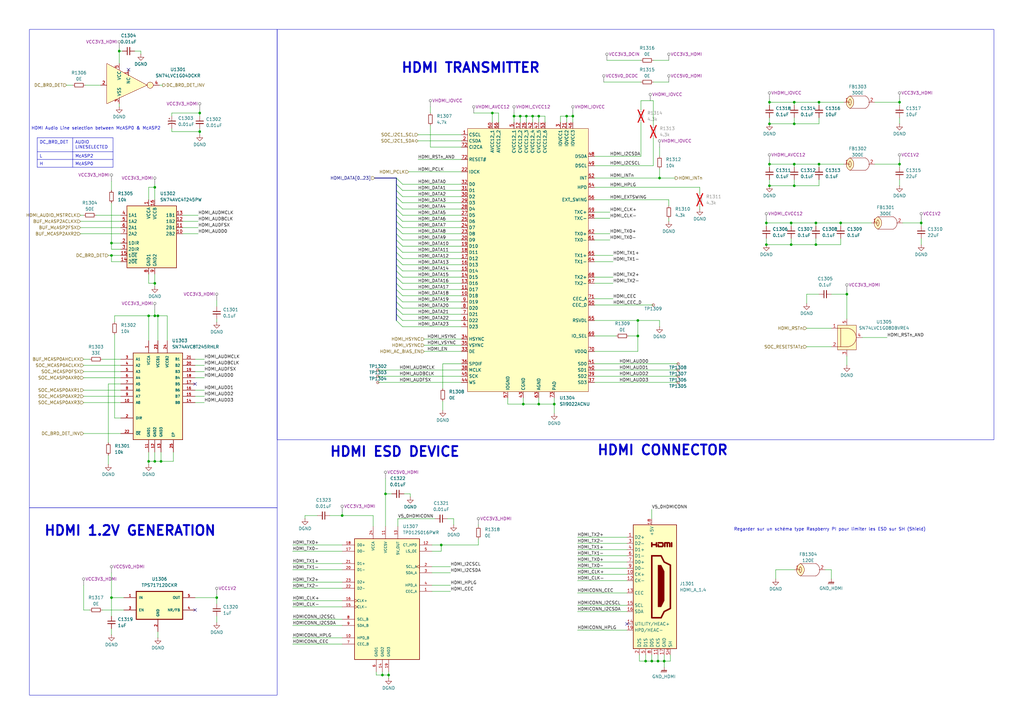
<source format=kicad_sch>
(kicad_sch (version 20250114) (generator "eeschema") (generator_version "9.0")
  (paper "A3")
  (title_block (title "Barre de son (base saine)") (date "2025-05-16") (rev "1.0") (company "NDH"))
  (rectangle (start 113.665 12.065) (end 407.67 180.34))
  (rectangle (start 12.065 12.065) (end 113.665 208.28))
  (rectangle (start 12.065 208.28) (end 113.665 285.115))
  (text "HDMI ESD DEVICE" (at 161.925 185.42 0) (effects (font (size 4 4) (thickness 0.8) (bold yes))))
  (text "HDMI CONNECTOR" (at 271.78 184.785 0) (effects (font (size 4 4) (thickness 0.8) (bold yes))))
  (text "Regarder sur un schéma type Raspberry PI pour limiter les ESD sur SH (Shield)\n" (at 340.36 217.17 0) (effects (font (size 1.27 1.27))))
  (text "HDMI 1.2V GENERATION\n" (at 53.34 217.805 0) (effects (font (size 4 4) (thickness 0.8) (bold yes))))
  (text "HDMI TRANSMITTER\n" (at 193.04 27.94 0) (effects (font (size 4 4) (thickness 0.8) (bold yes))))
  (text "HDMI Audio Line selection between McASP0 & McASP2" (at 39.37 52.705 0) (effects (font (size 1.27 1.27))))
  (junction (at 261.62 131.445))
  (junction (at 315.595 67.31))
  (junction (at 377.825 91.44))
  (junction (at 88.9 245.11))
  (junction (at 347.345 120.65))
  (junction (at 218.44 47.625))
  (junction (at 324.485 100.33))
  (junction (at 325.755 41.91))
  (junction (at 201.93 46.355))
  (junction (at 264.795 271.145))
  (junction (at 140.335 211.455))
  (junction (at 267.335 271.145))
  (junction (at 344.805 91.44))
  (junction (at 210.82 47.625))
  (junction (at 227.33 165.735))
  (junction (at 45.72 99.695))
  (junction (at 270.51 73.025))
  (junction (at 63.5 129.54))
  (junction (at 220.98 47.625))
  (junction (at 48.895 20.955))
  (junction (at 368.935 41.91))
  (junction (at 315.595 41.91))
  (junction (at 60.96 189.23))
  (junction (at 232.41 47.625))
  (junction (at 66.04 189.23))
  (junction (at 45.72 245.11))
  (junction (at 335.915 67.31))
  (junction (at 234.95 47.625))
  (junction (at 315.595 50.8))
  (junction (at 220.98 165.735))
  (junction (at 314.325 91.44))
  (junction (at 81.915 46.355))
  (junction (at 314.325 100.33))
  (junction (at 261.62 137.795))
  (junction (at 63.5 76.835))
  (junction (at 60.96 129.54))
  (junction (at 324.485 91.44))
  (junction (at 180.975 223.52))
  (junction (at 334.645 91.44))
  (junction (at 64.77 129.54))
  (junction (at 315.595 76.2))
  (junction (at 213.36 47.625))
  (junction (at 325.755 50.8))
  (junction (at 63.5 189.23))
  (junction (at 214.63 165.735))
  (junction (at 334.645 100.33))
  (junction (at 269.875 271.145))
  (junction (at 325.755 67.31))
  (junction (at 215.9 47.625))
  (junction (at 158.115 202.565))
  (junction (at 45.72 104.775))
  (junction (at 272.415 271.145))
  (junction (at 368.935 67.31))
  (junction (at 325.755 76.2))
  (junction (at 335.915 41.91))
  (junction (at 63.5 116.205))
  (junction (at 156.845 276.86))
  (junction (at 81.915 53.975))
  (junction (at 159.385 276.86))
  (no_connect (at 52.705 28.575))
  (no_connect (at 257.175 255.905))
  (no_connect (at 80.01 250.19))
  (no_connect (at 80.01 157.48))
  (bus_entry (at 162.56 126.365) (size 2.54 2.54))
  (bus_entry (at 162.56 80.645) (size 2.54 2.54))
  (bus_entry (at 162.56 88.265) (size 2.54 2.54))
  (bus_entry (at 162.56 73.025) (size 2.54 2.54))
  (bus_entry (at 162.56 131.445) (size 2.54 2.54))
  (bus_entry (at 162.56 93.345) (size 2.54 2.54))
  (bus_entry (at 162.56 83.185) (size 2.54 2.54))
  (bus_entry (at 162.56 108.585) (size 2.54 2.54))
  (bus_entry (at 162.56 95.885) (size 2.54 2.54))
  (bus_entry (at 162.56 75.565) (size 2.54 2.54))
  (bus_entry (at 162.56 106.045) (size 2.54 2.54))
  (bus_entry (at 162.56 100.965) (size 2.54 2.54))
  (bus_entry (at 162.56 118.745) (size 2.54 2.54))
  (bus_entry (at 162.56 98.425) (size 2.54 2.54))
  (bus_entry (at 162.56 123.825) (size 2.54 2.54))
  (bus_entry (at 162.56 113.665) (size 2.54 2.54))
  (bus_entry (at 162.56 128.905) (size 2.54 2.54))
  (bus_entry (at 162.56 78.105) (size 2.54 2.54))
  (bus_entry (at 162.56 121.285) (size 2.54 2.54))
  (bus_entry (at 162.56 85.725) (size 2.54 2.54))
  (bus_entry (at 162.56 103.505) (size 2.54 2.54))
  (bus_entry (at 162.56 90.805) (size 2.54 2.54))
  (bus_entry (at 162.56 111.125) (size 2.54 2.54))
  (bus_entry (at 162.56 116.205) (size 2.54 2.54))
  (wire (pts (xy 243.84 131.445) (xy 261.62 131.445)))
  (wire (pts (xy 236.855 235.585) (xy 257.175 235.585)))
  (wire (pts (xy 269.875 268.605) (xy 269.875 271.145)))
  (wire (pts (xy 261.62 144.145) (xy 261.62 137.795)))
  (wire (pts (xy 234.95 46.355) (xy 234.95 47.625)))
  (wire (pts (xy 165.1 75.565) (xy 189.23 75.565)))
  (bus (pts (xy 162.56 80.645) (xy 162.56 83.185)))
  (wire (pts (xy 165.1 100.965) (xy 189.23 100.965)))
  (wire (pts (xy 194.31 46.355) (xy 201.93 46.355)))
  (wire (pts (xy 272.415 268.605) (xy 272.415 271.145)))
  (wire (pts (xy 201.93 46.355) (xy 201.93 50.165)))
  (wire (pts (xy 243.84 125.095) (xy 267.97 125.095)))
  (wire (pts (xy 196.215 215.265) (xy 196.215 215.9)))
  (wire (pts (xy 81.915 53.975) (xy 81.915 55.245)))
  (wire (pts (xy 41.91 147.32) (xy 49.53 147.32)))
  (wire (pts (xy 262.89 50.165) (xy 262.89 64.135)))
  (wire (pts (xy 220.98 47.625) (xy 220.98 50.165)))
  (wire (pts (xy 223.52 47.625) (xy 223.52 50.165)))
  (wire (pts (xy 64.77 129.54) (xy 63.5 129.54)))
  (bus (pts (xy 162.56 116.205) (xy 162.56 118.745)))
  (wire (pts (xy 63.5 189.23) (xy 60.96 189.23)))
  (wire (pts (xy 45.72 99.695) (xy 49.53 99.695)))
  (wire (pts (xy 278.13 151.765) (xy 243.84 151.765)))
  (wire (pts (xy 270.51 69.215) (xy 270.51 73.025)))
  (wire (pts (xy 243.84 64.135) (xy 262.89 64.135)))
  (wire (pts (xy 269.875 271.145) (xy 267.335 271.145)))
  (wire (pts (xy 165.1 90.805) (xy 189.23 90.805)))
  (wire (pts (xy 315.595 41.91) (xy 315.595 43.18)))
  (wire (pts (xy 171.45 65.405) (xy 189.23 65.405)))
  (wire (pts (xy 318.135 237.49) (xy 318.135 233.68)))
  (wire (pts (xy 60.96 129.54) (xy 46.99 129.54)))
  (wire (pts (xy 46.99 129.54) (xy 46.99 132.08)))
  (wire (pts (xy 377.825 90.17) (xy 377.825 91.44)))
  (wire (pts (xy 165.1 116.205) (xy 189.23 116.205)))
  (wire (pts (xy 33.02 93.345) (xy 49.53 93.345)))
  (wire (pts (xy 39.37 88.265) (xy 49.53 88.265)))
  (wire (pts (xy 325.755 73.66) (xy 325.755 76.2)))
  (wire (pts (xy 160.655 202.565) (xy 158.115 202.565)))
  (wire (pts (xy 36.83 250.19) (xy 34.29 250.19)))
  (wire (pts (xy 340.995 237.49) (xy 340.995 233.68)))
  (bus (pts (xy 162.56 75.565) (xy 162.56 78.105)))
  (wire (pts (xy 57.785 20.955) (xy 55.245 20.955)))
  (wire (pts (xy 315.595 40.64) (xy 315.595 41.91)))
  (wire (pts (xy 315.595 66.04) (xy 315.595 67.31)))
  (wire (pts (xy 218.44 47.625) (xy 218.44 50.165)))
  (wire (pts (xy 165.1 78.105) (xy 189.23 78.105)))
  (wire (pts (xy 171.45 55.245) (xy 189.23 55.245)))
  (wire (pts (xy 324.485 100.33) (xy 314.325 100.33)))
  (wire (pts (xy 315.595 48.26) (xy 315.595 50.8)))
  (wire (pts (xy 267.97 56.515) (xy 267.97 67.945)))
  (wire (pts (xy 63.5 127) (xy 63.5 129.54)))
  (wire (pts (xy 334.645 100.33) (xy 324.485 100.33)))
  (wire (pts (xy 34.29 177.8) (xy 49.53 177.8)))
  (wire (pts (xy 315.595 67.31) (xy 325.755 67.31)))
  (wire (pts (xy 60.96 139.7) (xy 60.96 129.54)))
  (wire (pts (xy 377.825 92.71) (xy 377.825 91.44)))
  (wire (pts (xy 324.485 97.79) (xy 324.485 100.33)))
  (wire (pts (xy 236.855 230.505) (xy 257.175 230.505)))
  (wire (pts (xy 165.1 111.125) (xy 189.23 111.125)))
  (wire (pts (xy 63.5 129.54) (xy 60.96 129.54)))
  (wire (pts (xy 64.77 139.7) (xy 64.77 129.54)))
  (wire (pts (xy 325.755 67.31) (xy 325.755 68.58)))
  (wire (pts (xy 368.935 66.04) (xy 368.935 67.31)))
  (wire (pts (xy 81.28 95.885) (xy 74.93 95.885)))
  (wire (pts (xy 63.5 76.835) (xy 60.96 76.835)))
  (wire (pts (xy 49.53 157.48) (xy 44.45 157.48)))
  (wire (pts (xy 315.595 67.31) (xy 315.595 68.58)))
  (wire (pts (xy 272.415 271.145) (xy 269.875 271.145)))
  (wire (pts (xy 154.305 276.86) (xy 154.305 275.59)))
  (wire (pts (xy 325.755 67.31) (xy 335.915 67.31)))
  (wire (pts (xy 83.82 160.02) (xy 80.01 160.02)))
  (wire (pts (xy 165.1 103.505) (xy 189.23 103.505)))
  (wire (pts (xy 125.095 212.725) (xy 125.095 211.455)))
  (wire (pts (xy 120.015 238.76) (xy 140.335 238.76)))
  (wire (pts (xy 120.015 254) (xy 140.335 254)))
  (wire (pts (xy 159.385 275.59) (xy 159.385 276.86)))
  (wire (pts (xy 176.53 43.815) (xy 176.53 46.355)))
  (bus (pts (xy 162.56 98.425) (xy 162.56 100.965)))
  (wire (pts (xy 81.28 88.265) (xy 74.93 88.265)))
  (wire (pts (xy 330.835 142.24) (xy 340.995 142.24)))
  (wire (pts (xy 83.82 162.56) (xy 80.01 162.56)))
  (wire (pts (xy 325.755 41.91) (xy 325.755 43.18)))
  (wire (pts (xy 88.9 245.11) (xy 80.01 245.11)))
  (wire (pts (xy 213.36 47.625) (xy 210.82 47.625)))
  (wire (pts (xy 120.015 231.14) (xy 140.335 231.14)))
  (wire (pts (xy 70.485 53.975) (xy 81.915 53.975)))
  (wire (pts (xy 81.915 45.085) (xy 81.915 46.355)))
  (wire (pts (xy 156.845 276.86) (xy 154.305 276.86)))
  (wire (pts (xy 34.29 162.56) (xy 49.53 162.56)))
  (wire (pts (xy 171.45 57.785) (xy 189.23 57.785)))
  (bus (pts (xy 162.56 85.725) (xy 162.56 88.265)))
  (wire (pts (xy 34.29 152.4) (xy 49.53 152.4)))
  (wire (pts (xy 325.755 76.2) (xy 315.595 76.2)))
  (wire (pts (xy 165.1 95.885) (xy 189.23 95.885)))
  (wire (pts (xy 243.84 149.225) (xy 278.13 149.225)))
  (wire (pts (xy 48.895 19.685) (xy 48.895 20.955)))
  (wire (pts (xy 344.805 92.71) (xy 344.805 91.44)))
  (bus (pts (xy 162.56 93.345) (xy 162.56 95.885)))
  (wire (pts (xy 165.1 106.045) (xy 189.23 106.045)))
  (wire (pts (xy 63.5 112.395) (xy 63.5 116.205)))
  (wire (pts (xy 344.805 100.33) (xy 334.645 100.33)))
  (wire (pts (xy 135.255 211.455) (xy 140.335 211.455)))
  (wire (pts (xy 232.41 47.625) (xy 232.41 50.165)))
  (bus (pts (xy 162.56 118.745) (xy 162.56 121.285)))
  (wire (pts (xy 168.275 203.835) (xy 168.275 202.565)))
  (wire (pts (xy 330.835 120.65) (xy 330.835 124.46)))
  (wire (pts (xy 45.72 257.81) (xy 45.72 260.35)))
  (wire (pts (xy 64.77 259.08) (xy 64.77 261.62)))
  (wire (pts (xy 270.51 60.325) (xy 270.51 64.135)))
  (wire (pts (xy 66.675 34.925) (xy 65.405 34.925)))
  (wire (pts (xy 165.1 128.905) (xy 189.23 128.905)))
  (wire (pts (xy 318.135 233.68) (xy 325.755 233.68)))
  (wire (pts (xy 196.215 220.98) (xy 196.215 223.52)))
  (wire (pts (xy 165.1 88.265) (xy 189.23 88.265)))
  (wire (pts (xy 165.1 123.825) (xy 189.23 123.825)))
  (wire (pts (xy 267.335 271.145) (xy 264.795 271.145)))
  (wire (pts (xy 234.95 47.625) (xy 232.41 47.625)))
  (wire (pts (xy 243.84 156.845) (xy 278.13 156.845)))
  (wire (pts (xy 66.04 189.23) (xy 63.5 189.23)))
  (wire (pts (xy 120.015 256.54) (xy 140.335 256.54)))
  (bus (pts (xy 162.56 100.965) (xy 162.56 103.505)))
  (wire (pts (xy 184.785 234.95) (xy 177.165 234.95)))
  (wire (pts (xy 267.97 41.275) (xy 267.97 51.435)))
  (wire (pts (xy 335.915 41.91) (xy 346.075 41.91)))
  (wire (pts (xy 247.65 33.655) (xy 262.89 33.655)))
  (wire (pts (xy 274.955 268.605) (xy 274.955 271.145)))
  (wire (pts (xy 33.02 95.885) (xy 49.53 95.885)))
  (wire (pts (xy 88.9 252.73) (xy 88.9 255.27)))
  (wire (pts (xy 236.855 250.825) (xy 257.175 250.825)))
  (wire (pts (xy 45.72 252.73) (xy 45.72 245.11)))
  (wire (pts (xy 325.755 41.91) (xy 335.915 41.91)))
  (wire (pts (xy 184.785 242.57) (xy 177.165 242.57)))
  (bus (pts (xy 162.56 106.045) (xy 162.56 108.585)))
  (bus (pts (xy 153.67 73.025) (xy 162.56 73.025)))
  (bus (pts (xy 162.56 88.265) (xy 162.56 90.805)))
  (wire (pts (xy 227.33 165.735) (xy 227.33 169.545)))
  (wire (pts (xy 334.645 97.79) (xy 334.645 100.33)))
  (wire (pts (xy 324.485 91.44) (xy 334.645 91.44)))
  (wire (pts (xy 232.41 47.625) (xy 229.87 47.625)))
  (wire (pts (xy 243.84 73.025) (xy 270.51 73.025)))
  (wire (pts (xy 70.485 53.975) (xy 70.485 52.705)))
  (wire (pts (xy 41.91 250.19) (xy 50.8 250.19)))
  (wire (pts (xy 44.45 157.48) (xy 44.45 181.61)))
  (wire (pts (xy 178.435 212.725) (xy 163.195 212.725)))
  (wire (pts (xy 272.415 271.145) (xy 272.415 273.685)))
  (wire (pts (xy 45.72 107.315) (xy 45.72 104.775)))
  (wire (pts (xy 347.345 146.05) (xy 347.345 149.86)))
  (wire (pts (xy 347.345 120.65) (xy 347.345 130.81)))
  (wire (pts (xy 173.99 141.605) (xy 189.23 141.605)))
  (wire (pts (xy 324.485 91.44) (xy 324.485 92.71)))
  (wire (pts (xy 344.805 97.79) (xy 344.805 100.33)))
  (wire (pts (xy 314.325 90.17) (xy 314.325 91.44)))
  (wire (pts (xy 45.72 104.775) (xy 49.53 104.775)))
  (wire (pts (xy 267.97 24.765) (xy 274.32 24.765)))
  (wire (pts (xy 88.9 123.19) (xy 88.9 125.73)))
  (wire (pts (xy 214.63 163.195) (xy 214.63 165.735)))
  (wire (pts (xy 27.305 34.925) (xy 29.845 34.925)))
  (wire (pts (xy 60.96 189.23) (xy 60.96 185.42)))
  (wire (pts (xy 227.33 163.195) (xy 227.33 165.735)))
  (wire (pts (xy 334.645 92.71) (xy 334.645 91.44)))
  (bus (pts (xy 162.56 95.885) (xy 162.56 98.425)))
  (wire (pts (xy 158.115 202.565) (xy 158.115 215.9)))
  (wire (pts (xy 251.46 104.775) (xy 243.84 104.775)))
  (wire (pts (xy 66.04 185.42) (xy 66.04 189.23)))
  (wire (pts (xy 156.845 275.59) (xy 156.845 276.86)))
  (wire (pts (xy 347.345 119.38) (xy 347.345 120.65)))
  (wire (pts (xy 180.975 226.06) (xy 177.165 226.06)))
  (wire (pts (xy 377.825 97.79) (xy 377.825 100.33)))
  (wire (pts (xy 173.99 139.065) (xy 189.23 139.065)))
  (bus (pts (xy 162.56 103.505) (xy 162.56 106.045)))
  (wire (pts (xy 154.94 154.305) (xy 189.23 154.305)))
  (wire (pts (xy 251.46 116.205) (xy 243.84 116.205)))
  (wire (pts (xy 272.415 271.145) (xy 274.955 271.145)))
  (wire (pts (xy 70.485 47.625) (xy 70.485 46.355)))
  (wire (pts (xy 186.055 212.725) (xy 183.515 212.725)))
  (wire (pts (xy 88.9 130.81) (xy 88.9 132.08)))
  (wire (pts (xy 213.36 50.165) (xy 213.36 47.625)))
  (wire (pts (xy 165.1 131.445) (xy 189.23 131.445)))
  (wire (pts (xy 315.595 41.91) (xy 325.755 41.91)))
  (wire (pts (xy 335.915 73.66) (xy 335.915 76.2)))
  (wire (pts (xy 330.835 134.62) (xy 340.995 134.62)))
  (wire (pts (xy 176.53 51.435) (xy 176.53 60.325)))
  (wire (pts (xy 196.215 223.52) (xy 180.975 223.52)))
  (wire (pts (xy 180.975 223.52) (xy 180.975 226.06)))
  (wire (pts (xy 63.5 116.205) (xy 63.5 117.475)))
  (wire (pts (xy 60.96 116.205) (xy 60.96 112.395)))
  (wire (pts (xy 34.925 34.925) (xy 41.275 34.925)))
  (wire (pts (xy 220.98 163.195) (xy 220.98 165.735)))
  (wire (pts (xy 49.53 171.45) (xy 46.99 171.45)))
  (wire (pts (xy 120.015 264.16) (xy 140.335 264.16)))
  (wire (pts (xy 33.02 88.265) (xy 34.29 88.265)))
  (wire (pts (xy 71.12 189.23) (xy 66.04 189.23)))
  (wire (pts (xy 334.645 91.44) (xy 344.805 91.44)))
  (wire (pts (xy 264.795 268.605) (xy 264.795 271.145)))
  (wire (pts (xy 250.19 89.535) (xy 243.84 89.535)))
  (wire (pts (xy 120.015 246.38) (xy 140.335 246.38)))
  (wire (pts (xy 229.87 47.625) (xy 229.87 50.165)))
  (wire (pts (xy 158.115 196.215) (xy 158.115 202.565)))
  (bus (pts (xy 162.56 78.105) (xy 162.56 80.645)))
  (wire (pts (xy 267.97 33.655) (xy 274.32 33.655)))
  (wire (pts (xy 34.29 154.94) (xy 49.53 154.94)))
  (wire (pts (xy 167.64 70.485) (xy 189.23 70.485)))
  (wire (pts (xy 153.035 211.455) (xy 153.035 215.9)))
  (wire (pts (xy 335.915 76.2) (xy 325.755 76.2)))
  (wire (pts (xy 45.72 99.695) (xy 45.72 102.235)))
  (wire (pts (xy 264.795 271.145) (xy 262.255 271.145)))
  (wire (pts (xy 243.84 67.945) (xy 267.97 67.945)))
  (wire (pts (xy 48.895 20.955) (xy 48.895 26.035)))
  (wire (pts (xy 220.98 165.735) (xy 227.33 165.735)))
  (wire (pts (xy 236.855 225.425) (xy 257.175 225.425)))
  (wire (pts (xy 215.9 47.625) (xy 215.9 50.165)))
  (wire (pts (xy 314.325 91.44) (xy 324.485 91.44)))
  (wire (pts (xy 208.28 165.735) (xy 214.63 165.735)))
  (wire (pts (xy 250.19 95.885) (xy 243.84 95.885)))
  (wire (pts (xy 45.72 74.295) (xy 45.72 78.105)))
  (wire (pts (xy 184.785 232.41) (xy 177.165 232.41)))
  (wire (pts (xy 214.63 165.735) (xy 220.98 165.735)))
  (wire (pts (xy 140.335 210.185) (xy 140.335 211.455)))
  (wire (pts (xy 251.46 113.665) (xy 243.84 113.665)))
  (wire (pts (xy 60.96 190.5) (xy 60.96 189.23)))
  (wire (pts (xy 236.855 222.885) (xy 257.175 222.885)))
  (wire (pts (xy 57.785 22.225) (xy 57.785 20.955)))
  (wire (pts (xy 68.58 139.7) (xy 68.58 129.54)))
  (wire (pts (xy 154.94 156.845) (xy 189.23 156.845)))
  (wire (pts (xy 120.015 261.62) (xy 140.335 261.62)))
  (wire (pts (xy 251.46 122.555) (xy 243.84 122.555)))
  (wire (pts (xy 377.825 91.44) (xy 370.205 91.44)))
  (bus (pts (xy 162.56 111.125) (xy 162.56 113.665)))
  (wire (pts (xy 210.82 46.355) (xy 210.82 47.625)))
  (wire (pts (xy 335.915 43.18) (xy 335.915 41.91)))
  (wire (pts (xy 353.695 138.43) (xy 363.855 138.43)))
  (wire (pts (xy 325.755 48.26) (xy 325.755 50.8)))
  (wire (pts (xy 236.855 243.205) (xy 257.175 243.205)))
  (wire (pts (xy 45.72 234.95) (xy 45.72 245.11)))
  (wire (pts (xy 168.275 202.565) (xy 165.735 202.565)))
  (wire (pts (xy 335.915 48.26) (xy 335.915 50.8)))
  (wire (pts (xy 44.45 104.775) (xy 45.72 104.775)))
  (wire (pts (xy 267.335 268.605) (xy 267.335 271.145)))
  (wire (pts (xy 208.28 163.195) (xy 208.28 165.735)))
  (wire (pts (xy 46.99 171.45) (xy 46.99 137.16)))
  (wire (pts (xy 186.055 215.265) (xy 186.055 212.725)))
  (wire (pts (xy 45.72 245.11) (xy 50.8 245.11)))
  (wire (pts (xy 368.935 43.18) (xy 368.935 41.91)))
  (wire (pts (xy 33.02 90.805) (xy 49.53 90.805)))
  (wire (pts (xy 335.915 68.58) (xy 335.915 67.31)))
  (wire (pts (xy 49.53 107.315) (xy 45.72 107.315)))
  (wire (pts (xy 267.335 208.915) (xy 267.335 212.725)))
  (wire (pts (xy 218.44 47.625) (xy 220.98 47.625)))
  (wire (pts (xy 165.1 121.285) (xy 189.23 121.285)))
  (wire (pts (xy 165.1 80.645) (xy 189.23 80.645)))
  (wire (pts (xy 368.935 67.31) (xy 358.775 67.31)))
  (wire (pts (xy 368.935 40.64) (xy 368.935 41.91)))
  (wire (pts (xy 71.12 185.42) (xy 71.12 189.23)))
  (wire (pts (xy 270.51 133.985) (xy 270.51 131.445)))
  (wire (pts (xy 165.1 108.585) (xy 189.23 108.585)))
  (wire (pts (xy 287.02 79.375) (xy 287.02 76.835)))
  (wire (pts (xy 262.255 271.145) (xy 262.255 268.605)))
  (wire (pts (xy 83.82 147.32) (xy 80.01 147.32)))
  (wire (pts (xy 45.72 83.185) (xy 45.72 99.695)))
  (wire (pts (xy 81.915 52.705) (xy 81.915 53.975)))
  (wire (pts (xy 70.485 46.355) (xy 81.915 46.355)))
  (wire (pts (xy 340.995 120.65) (xy 347.345 120.65)))
  (wire (pts (xy 63.5 116.205) (xy 60.96 116.205)))
  (wire (pts (xy 34.29 149.86) (xy 49.53 149.86)))
  (bus (pts (xy 162.56 113.665) (xy 162.56 116.205)))
  (wire (pts (xy 335.915 120.65) (xy 330.835 120.65)))
  (wire (pts (xy 270.51 131.445) (xy 261.62 131.445)))
  (wire (pts (xy 243.84 137.795) (xy 252.73 137.795)))
  (wire (pts (xy 165.1 93.345) (xy 189.23 93.345)))
  (wire (pts (xy 163.195 212.725) (xy 163.195 215.9)))
  (wire (pts (xy 344.805 91.44) (xy 357.505 91.44)))
  (wire (pts (xy 314.325 97.79) (xy 314.325 100.33)))
  (wire (pts (xy 261.62 137.795) (xy 257.81 137.795)))
  (wire (pts (xy 236.855 227.965) (xy 257.175 227.965)))
  (wire (pts (xy 83.82 149.86) (xy 80.01 149.86)))
  (wire (pts (xy 63.5 75.565) (xy 63.5 76.835)))
  (wire (pts (xy 140.335 211.455) (xy 153.035 211.455)))
  (wire (pts (xy 274.32 84.455) (xy 274.32 81.915)))
  (wire (pts (xy 34.29 165.1) (xy 49.53 165.1)))
  (wire (pts (xy 262.89 41.275) (xy 267.97 41.275)))
  (bus (pts (xy 162.56 73.025) (xy 162.56 75.565)))
  (wire (pts (xy 368.935 41.91) (xy 358.775 41.91)))
  (wire (pts (xy 45.72 102.235) (xy 49.53 102.235)))
  (wire (pts (xy 68.58 129.54) (xy 64.77 129.54)))
  (wire (pts (xy 165.1 133.985) (xy 189.23 133.985)))
  (wire (pts (xy 213.36 47.625) (xy 215.9 47.625)))
  (wire (pts (xy 120.015 233.68) (xy 140.335 233.68)))
  (wire (pts (xy 274.32 90.805) (xy 274.32 89.535)))
  (wire (pts (xy 184.785 240.03) (xy 177.165 240.03)))
  (wire (pts (xy 159.385 276.86) (xy 159.385 278.13)))
  (wire (pts (xy 315.595 73.66) (xy 315.595 76.2)))
  (wire (pts (xy 63.5 185.42) (xy 63.5 189.23)))
  (wire (pts (xy 120.015 248.92) (xy 140.335 248.92)))
  (wire (pts (xy 368.935 68.58) (xy 368.935 67.31)))
  (wire (pts (xy 50.165 20.955) (xy 48.895 20.955)))
  (wire (pts (xy 120.015 223.52) (xy 140.335 223.52)))
  (wire (pts (xy 314.325 91.44) (xy 314.325 92.71)))
  (wire (pts (xy 44.45 186.69) (xy 44.45 190.5)))
  (wire (pts (xy 181.61 164.465) (xy 181.61 168.275)))
  (wire (pts (xy 287.02 85.725) (xy 287.02 84.455)))
  (wire (pts (xy 278.13 154.305) (xy 243.84 154.305)))
  (bus (pts (xy 162.56 128.905) (xy 162.56 131.445)))
  (wire (pts (xy 236.855 233.045) (xy 257.175 233.045)))
  (bus (pts (xy 162.56 121.285) (xy 162.56 123.825)))
  (wire (pts (xy 236.855 238.125) (xy 257.175 238.125)))
  (bus (pts (xy 162.56 108.585) (xy 162.56 111.125)))
  (wire (pts (xy 165.1 118.745) (xy 189.23 118.745)))
  (wire (pts (xy 81.28 90.805) (xy 74.93 90.805)))
  (wire (pts (xy 176.53 60.325) (xy 189.23 60.325)))
  (wire (pts (xy 243.84 144.145) (xy 261.62 144.145)))
  (wire (pts (xy 81.915 46.355) (xy 81.915 47.625)))
  (wire (pts (xy 181.61 159.385) (xy 181.61 149.225)))
  (wire (pts (xy 204.47 46.355) (xy 204.47 50.165)))
  (wire (pts (xy 159.385 276.86) (xy 156.845 276.86)))
  (bus (pts (xy 162.56 90.805) (xy 162.56 93.345)))
  (wire (pts (xy 368.935 48.26) (xy 368.935 50.8)))
  (wire (pts (xy 83.82 152.4) (xy 80.01 152.4)))
  (wire (pts (xy 251.46 107.315) (xy 243.84 107.315)))
  (wire (pts (xy 34.29 147.32) (xy 36.83 147.32)))
  (wire (pts (xy 234.95 47.625) (xy 234.95 50.165)))
  (wire (pts (xy 270.51 73.025) (xy 276.86 73.025)))
  (wire (pts (xy 250.19 98.425) (xy 243.84 98.425)))
  (wire (pts (xy 125.095 211.455) (xy 130.175 211.455)))
  (wire (pts (xy 340.995 233.68) (xy 338.455 233.68)))
  (wire (pts (xy 243.84 76.835) (xy 287.02 76.835)))
  (wire (pts (xy 201.93 46.355) (xy 204.47 46.355)))
  (wire (pts (xy 236.855 220.345) (xy 257.175 220.345)))
  (wire (pts (xy 34.29 240.03) (xy 34.29 250.19)))
  (wire (pts (xy 335.915 67.31) (xy 346.075 67.31)))
  (bus (pts (xy 162.56 83.185) (xy 162.56 85.725)))
  (wire (pts (xy 261.62 131.445) (xy 261.62 137.795)))
  (wire (pts (xy 63.5 81.915) (xy 63.5 76.835)))
  (wire (pts (xy 120.015 226.06) (xy 140.335 226.06)))
  (wire (pts (xy 220.98 47.625) (xy 223.52 47.625)))
  (wire (pts (xy 243.84 81.915) (xy 274.32 81.915)))
  (wire (pts (xy 165.1 113.665) (xy 189.23 113.665)))
  (wire (pts (xy 215.9 47.625) (xy 218.44 47.625)))
  (bus (pts (xy 162.56 126.365) (xy 162.56 128.905)))
  (wire (pts (xy 165.1 85.725) (xy 189.23 85.725)))
  (wire (pts (xy 120.015 241.3) (xy 140.335 241.3)))
  (wire (pts (xy 81.28 93.345) (xy 74.93 93.345)))
  (wire (pts (xy 248.92 24.765) (xy 262.89 24.765)))
  (wire (pts (xy 88.9 243.84) (xy 88.9 245.11)))
  (wire (pts (xy 60.96 76.835) (xy 60.96 81.915)))
  (wire (pts (xy 236.855 258.445) (xy 257.175 258.445)))
  (wire (pts (xy 165.1 98.425) (xy 189.23 98.425)))
  (wire (pts (xy 88.9 247.65) (xy 88.9 245.11)))
  (wire (pts (xy 165.1 126.365) (xy 189.23 126.365)))
  (wire (pts (xy 250.19 86.995) (xy 243.84 86.995)))
  (wire (pts (xy 154.94 151.765) (xy 189.23 151.765)))
  (wire (pts (xy 325.755 50.8) (xy 315.595 50.8)))
  (wire (pts (xy 165.1 83.185) (xy 189.23 83.185)))
  (wire (pts (xy 210.82 47.625) (xy 210.82 50.165)))
  (wire (pts (xy 173.99 144.145) (xy 189.23 144.145)))
  (wire (pts (xy 48.895 43.815) (xy 48.895 42.545)))
  (wire (pts (xy 34.29 160.02) (xy 49.53 160.02)))
  (wire (pts (xy 83.82 154.94) (xy 80.01 154.94)))
  (wire (pts (xy 236.855 248.285) (xy 257.175 248.285)))
  (wire (pts (xy 335.915 50.8) (xy 325.755 50.8)))
  (wire (pts (xy 180.975 223.52) (xy 177.165 223.52)))
  (wire (pts (xy 368.935 73.66) (xy 368.935 76.2)))
  (wire (pts (xy 83.82 165.1) (xy 80.01 165.1)))
  (wire (pts (xy 262.89 41.275) (xy 262.89 45.085)))
  (bus (pts (xy 162.56 123.825) (xy 162.56 126.365)))
  (wire (pts (xy 181.61 149.225) (xy 189.23 149.225)))
  (table (column_count 2) (border (external yes) (header yes)) (separators (rows yes) (cols yes)) (column_widths 14.605 16.51) (row_heights 5.715 3.175 3.175) (cells (table_cell "DC_BRD_DET" (at 15.24 56.515 0) (size 14.605 5.715) (margins 0.9525 0.9525 0.9525 0.9525) (span 1 1)) (table_cell "AUDIO LINESELECTED" (at 29.845 56.515 0) (size 16.51 5.715) (margins 0.9525 0.9525 0.9525 0.9525) (span 1 1)) (table_cell "L " (at 15.24 62.23 0) (size 14.605 3.175) (margins 0.9525 0.9525 0.9525 0.9525) (span 1 1)) (table_cell "McASP2" (at 29.845 62.23 0) (size 16.51 3.175) (margins 0.9525 0.9525 0.9525 0.9525) (span 1 1)) (table_cell "H" (at 15.24 65.405 0) (size 14.605 3.175) (margins 0.9525 0.9525 0.9525 0.9525) (span 1 1)) (table_cell "McASP0 " (at 29.845 65.405 0) (size 16.51 3.175) (margins 0.9525 0.9525 0.9525 0.9525) (span 1 1))))
  (label "HDMI_TX1+" (at 251.46 104.775 0))
  (label "HDMICONN_CEC" (at 236.855 243.205 0))
  (label "HDMI_RSTn_AND" (at 363.855 138.43 0))
  (label "HDMI_TX2-" (at 120.015 241.3 0))
  (label "HDMI_AUDBCLK" (at 81.28 90.805 0))
  (label "HDMI_TX0+" (at 250.19 95.885 0))
  (label "HDMI_AUDBCLK" (at 83.82 149.86 0))
  (label "HDMI_CEC" (at 184.785 242.57 0))
  (label "HDMI_AUDD2" (at 83.82 162.56 0))
  (label "HDMI_AUDFSX" (at 81.28 93.345 0))
  (label "HDMI_RSTn_AND" (at 171.45 65.405 0))
  (label "HDMI_TX0-" (at 236.855 233.045 0))
  (label "HDMI_CLK-" (at 250.19 89.535 0))
  (label "HDMI_DATA19" (at 171.45 123.825 0))
  (label "HDMI_HSYNC" (at 175.26 139.065 0))
  (label "HDMI_DATA4" (at 171.45 85.725 0))
  (label "HDMI_HPLG" (at 184.785 240.03 0))
  (label "HDMI_TX0+" (at 236.855 230.505 0))
  (label "HDMI_DATA0" (at 171.45 75.565 0))
  (label "HDMI_TX1+" (at 120.015 231.14 0))
  (label "HDMI_DATA18" (at 171.45 121.285 0))
  (label "HDMICONN_CEC" (at 120.015 264.16 0))
  (label "V5_0HDMICONN" (at 267.335 208.915 0))
  (label "HDMI_I2CSCL" (at 184.785 232.41 0))
  (label "HDMI_TX0-" (at 120.015 226.06 0))
  (label "HDMI_AUDBCLK" (at 163.83 154.305 0))
  (label "HDMICONN_I2CSDA" (at 236.855 250.825 0))
  (label "HDMI_AUDD0" (at 83.82 154.94 0))
  (label "HDMICONN_I2CSCL" (at 236.855 248.285 0))
  (label "HDMI_DATA21" (at 171.45 128.905 0))
  (label "HDMI_AUDFSX" (at 163.83 156.845 0))
  (label "HDMICONN_HPLG" (at 236.855 258.445 0))
  (label "HDMI_TX1-" (at 236.855 227.965 0))
  (label "HDMICONN_I2CSCL" (at 120.015 254 0))
  (label "HDMI_I2CSDA" (at 250.19 64.135 0))
  (label "HDMI_TX2+" (at 251.46 113.665 0))
  (label "HDMI_DATA12" (at 171.45 106.045 0))
  (label "HDMI_CLK+" (at 120.015 246.38 0))
  (label "HDMI_TX1-" (at 120.015 233.68 0))
  (label "HDMICONN_HPLG" (at 120.015 261.62 0))
  (label "HDMI_INTn" (at 250.19 73.025 0))
  (label "HDMI_TX0-" (at 250.19 98.425 0))
  (label "HDMI_DATA9" (at 171.45 98.425 0))
  (label "HDMI_AUDD1" (at 83.82 160.02 0))
  (label "HDMI_CLK-" (at 236.855 238.125 0))
  (label "HDMI_I2CSCL" (at 250.19 67.945 0))
  (label "HDMI_DATA6" (at 171.45 90.805 0))
  (label "HDMI_PCLK" (at 171.45 70.485 0))
  (label "HDMI_DATA2" (at 171.45 80.645 0))
  (label "HDMI_AUDMCLK" (at 83.82 147.32 0))
  (label "HDMI_DATA23" (at 171.45 133.985 0))
  (label "HDMI_TX1+" (at 236.855 225.425 0))
  (label "HDMI_DATA10" (at 171.45 100.965 0))
  (label "V5_0HDMICONN" (at 163.195 212.725 0))
  (label "HDMI_DATA15" (at 171.45 113.665 0))
  (label "HDMI_AUDMCLK" (at 163.83 151.765 0))
  (label "HDMICONN_I2CSDA" (at 120.015 256.54 0))
  (label "HDMI_DATA11" (at 171.45 103.505 0))
  (label "HDMI_AUDD0" (at 254 149.225 0))
  (label "HDMI_HPLG" (at 250.19 76.835 0))
  (label "HDMI_CLK+" (at 250.19 86.995 0))
  (label "HDMI_DATA1" (at 171.45 78.105 0))
  (label "HDMI_TX2+" (at 120.015 238.76 0))
  (label "HDMI_DATA16" (at 171.45 116.205 0))
  (label "HDMI_TX1-" (at 251.46 107.315 0))
  (label "HDMI_DATA5" (at 171.45 88.265 0))
  (label "HDMI_I2CSDA" (at 184.785 234.95 0))
  (label "HDMI_DATA13" (at 171.45 108.585 0))
  (label "HDMI_DATA22" (at 171.45 131.445 0))
  (label "HDMI_AUDD0" (at 81.28 95.885 0))
  (label "HDMI_DATA17" (at 171.45 118.745 0))
  (label "HDMI_AUDD3" (at 254 156.845 0))
  (label "HDMI_AUDD1" (at 254 151.765 0))
  (label "HDMI_CLK+" (at 236.855 235.585 0))
  (label "HDMI_EXTSWING" (at 250.19 81.915 0))
  (label "HDMI_AUDMCLK" (at 81.28 88.265 0))
  (label "HDMI_CEC_D" (at 251.46 125.095 0))
  (label "HDMI_VSYNC" (at 175.26 141.605 0))
  (label "HDMI_DATA20" (at 171.45 126.365 0))
  (label "HDMI_TX2+" (at 236.855 220.345 0))
  (label "HDMI_EN" (at 175.26 144.145 0))
  (label "HDMI_DATA14" (at 171.45 111.125 0))
  (label "HDMI_CEC" (at 251.46 122.555 0))
  (label "HDMI_TX2-" (at 251.46 116.205 0))
  (label "HDMI_DATA8" (at 171.45 95.885 0))
  (label "HDMI_DATA7" (at 171.45 93.345 0))
  (label "HDMI_AUDD2" (at 254 154.305 0))
  (label "HDMI_DATA3" (at 171.45 83.185 0))
  (label "HDMI_CLK-" (at 120.015 248.92 0))
  (label "HDMI_TX0+" (at 120.015 223.52 0))
  (label "HDMI_AUDFSX" (at 83.82 152.4 0))
  (label "HDMI_TX2-" (at 236.855 222.885 0))
  (label "HDMI_AUDD3" (at 83.82 165.1 0))
  (hierarchical_label "SOC_MCASP0ACLKX" (shape input) (at 34.29 149.86 180))
  (hierarchical_label "SOC_MCASP0FSX" (shape input) (at 34.29 152.4 180))
  (hierarchical_label "BUF_McASP2FSX" (shape input) (at 33.02 93.345 180))
  (hierarchical_label "DC_BRD_DET_INV" (shape input) (at 34.29 177.8 180))
  (hierarchical_label "SOC_I2C1_SCL" (shape input) (at 171.45 55.245 180))
  (hierarchical_label "SOC_MCASP0AXR2" (shape input) (at 34.29 162.56 180))
  (hierarchical_label "BUF_MCASP0AHCLKX" (shape input) (at 34.29 147.32 180))
  (hierarchical_label "HDMI_RSTn" (shape input) (at 330.835 134.62 180))
  (hierarchical_label "SOC_I2C1_SDA" (shape bidirectional) (at 171.45 57.785 180))
  (hierarchical_label "DC_BRD_DET" (shape input) (at 27.305 34.925 180))
  (hierarchical_label "BUF_McASP2ACLKX" (shape input) (at 33.02 90.805 180))
  (hierarchical_label "SOC_MCASP0AXR3" (shape input) (at 34.29 165.1 180))
  (hierarchical_label "BUF_MCASP2AXR2" (shape input) (at 33.02 95.885 180))
  (hierarchical_label "HDMI_HSYNC" (shape input) (at 173.99 139.065 180))
  (hierarchical_label "HDMI_AUDIO_MSTRCLK" (shape input) (at 33.02 88.265 180))
  (hierarchical_label "SOC_MCASP0AXR0" (shape input) (at 34.29 154.94 180))
  (hierarchical_label "DC_BRD_DET_INV" (shape output) (at 66.675 34.925 0))
  (hierarchical_label "HDMI_VSYNC" (shape input) (at 173.99 141.605 180))
  (hierarchical_label "SOC_MCASP0AXR1" (shape input) (at 34.29 160.02 180))
  (hierarchical_label "HDMI_DATA[0..23]" (shape input) (at 153.67 73.025 180))
  (hierarchical_label "HDMI_PCLK" (shape input) (at 167.64 70.485 180))
  (hierarchical_label "HDMI_AC_BIAS_EN" (shape input) (at 173.99 144.145 180))
  (hierarchical_label "SOC_RESETSTATz" (shape input) (at 330.835 142.24 180))
  (hierarchical_label "DC_BRD_DET" (shape input) (at 44.45 104.775 180))
  (hierarchical_label "HDMI_INTn" (shape output) (at 276.86 73.025 0))
  (netclass_flag "" (length 2.54) (shape round) (at 194.31 46.355 0) (property "Netclass" "VHDMI_AVCC12" (at 195.0085 43.815 0) (effects (justify left))))
  (netclass_flag "" (length 2.54) (shape round) (at 45.72 74.295 0) (property "Netclass" "VCC3V3_HDMI" (at 45.0215 71.755 0) (effects (justify right))))
  (netclass_flag "" (length 2.54) (shape round) (at 368.935 66.04 0) (property "Netclass" "VCC1V2" (at 369.6335 63.5 0) (effects (justify left))))
  (netclass_flag "" (length 2.54) (shape round) (at 63.5 75.565 0) (property "Netclass" "VCC3V3_HDMI" (at 62.8015 73.025 0) (effects (justify right))))
  (netclass_flag "" (length 2.54) (shape round) (at 315.595 40.64 0) (property "Netclass" "VHDMI_IOVCC" (at 316.2935 38.1 0) (effects (justify left))))
  (netclass_flag "" (length 2.54) (shape round) (at 88.9 123.19 0) (property "Netclass" "VCC3V3_HDMI" (at 88.2015 120.65 0) (effects (justify right))))
  (netclass_flag "" (length 2.54) (shape round) (at 274.32 24.765 0) (property "Netclass" "VCC3V3_HDMI" (at 275.0185 22.225 0) (effects (justify left))))
  (netclass_flag "" (length 2.54) (shape round) (at 34.29 240.03 0) (property "Netclass" "VCC3V3_HDMI" (at 34.9885 237.49 0) (effects (justify left))))
  (netclass_flag "" (length 2.54) (shape round) (at 270.51 60.325 0) (property "Netclass" "VHDMI_IOVCC" (at 271.2085 57.785 0) (effects (justify left))))
  (netclass_flag "" (length 2.54) (shape round) (at 314.325 90.17 0) (property "Netclass" "VHDMI_CVCC12" (at 315.0235 87.63 0) (effects (justify left))))
  (netclass_flag "" (length 2.54) (shape round) (at 347.345 119.38 0) (property "Netclass" "VCC3V3_HDMI" (at 348.0435 116.84 0) (effects (justify left))))
  (netclass_flag "" (length 2.54) (shape round) (at 247.65 33.655 0) (property "Netclass" "VCC5V0_DCDC" (at 248.3485 31.115 0) (effects (justify left))))
  (netclass_flag "" (length 2.54) (shape round) (at 315.595 66.04 0) (property "Netclass" "VHDMI_AVCC12" (at 316.2935 63.5 0) (effects (justify left))))
  (netclass_flag "" (length 2.54) (shape round) (at 377.825 90.17 0) (property "Netclass" "VCC1V2" (at 378.5235 87.63 0) (effects (justify left))))
  (netclass_flag "" (length 2.54) (shape round) (at 210.82 46.355 0) (property "Netclass" "VHDMI_CVCC12" (at 211.5185 43.815 0) (effects (justify left))))
  (netclass_flag "" (length 2.54) (shape round) (at 45.72 234.95 0) (property "Netclass" "VCC5V0_HDMI" (at 46.4185 232.41 0) (effects (justify left))))
  (netclass_flag "" (length 2.54) (shape round) (at 158.115 196.215 0) (property "Netclass" "VCC5V0_HDMI" (at 158.8135 193.675 0) (effects (justify left))))
  (netclass_flag "" (length 2.54) (shape round) (at 81.915 45.085 0) (property "Netclass" "VCC3V3_HDMI" (at 81.2165 42.545 0) (effects (justify right))))
  (netclass_flag "" (length 2.54) (shape round) (at 176.53 43.815 0) (property "Netclass" "VHDMI_IOVCC" (at 177.2285 41.275 0) (effects (justify left))))
  (netclass_flag "" (length 2.54) (shape round) (at 48.895 19.685 0) (property "Netclass" "VCC3V3_HDMI" (at 48.1965 17.145 0) (effects (justify right))))
  (netclass_flag "" (length 2.54) (shape round) (at 274.32 33.655 0) (property "Netclass" "VCC5V0_HDMI" (at 275.0185 31.115 0) (effects (justify left))))
  (netclass_flag "" (length 2.54) (shape round) (at 63.5 127 0) (property "Netclass" "VCC3V3_HDMI" (at 62.8015 124.46 0) (effects (justify right))))
  (netclass_flag "" (length 2.54) (shape round) (at 196.215 215.265 0) (property "Netclass" "VCC3V3_HDMI" (at 196.9135 212.725 0) (effects (justify left))))
  (netclass_flag "" (length 2.54) (shape round) (at 234.95 46.355 0) (property "Netclass" "VHDMI_IOVCC" (at 235.6485 43.815 0) (effects (justify left))))
  (netclass_flag "" (length 2.54) (shape round) (at 266.7 41.275 0) (property "Netclass" "VHDMI_IOVCC" (at 267.3985 38.735 0) (effects (justify left))))
  (netclass_flag "" (length 2.54) (shape round) (at 88.9 243.84 0) (property "Netclass" "VCC1V2" (at 89.5985 241.3 0) (effects (justify left))))
  (netclass_flag "" (length 2.54) (shape round) (at 248.92 24.765 0) (property "Netclass" "VCC3V3_DCIN" (at 249.6185 22.225 0) (effects (justify left))))
  (netclass_flag "" (length 2.54) (shape round) (at 368.935 40.64 0) (property "Netclass" "VCC3V3_HDMI" (at 369.6335 38.1 0) (effects (justify left))))
  (netclass_flag "" (length 2.54) (shape round) (at 140.335 210.185 0) (property "Netclass" "VCC3V3_HDMI" (at 141.0335 207.645 0) (effects (justify left))))
  (symbol (lib_id "Device:R_Small") (at 265.43 24.765 270) (unit 1)
    (property "Reference" "R1316" (at 265.43 19.685 90))
    (property "Value" "0E" (at 265.43 22.225 90))
    (property "Description" "Resistor, small symbol" (effects (hide yes)))
  )
  (symbol (lib_id "Device:C_Small") (at 132.715 211.455 270) (unit 1)
    (property "Reference" "C1323" (at 132.7086 205.105 90))
    (property "Value" "0.01uF" (at 132.7086 207.645 90))
    (property "Description" "Unpolarized capacitor, small symbol" (effects (hide yes)))
  )
  (symbol (lib_id "Device:C_Small") (at 88.9 250.19 0) (unit 1)
    (property "Reference" "C1320" (at 91.44 248.9262 0) (effects (justify left)))
    (property "Value" "1uF" (at 91.44 251.4662 0) (effects (justify left)))
    (property "Description" "Unpolarized capacitor, small symbol" (effects (hide yes)))
  )
  (symbol (lib_id "Device:C_Small") (at 377.825 95.25 180) (unit 1)
    (property "Reference" "C1310" (at 380.365 93.9735 0) (effects (justify right)))
    (property "Value" "22uF" (at 380.365 96.5135 0) (effects (justify right)))
    (property "Description" "Unpolarized capacitor, small symbol" (effects (hide yes)))
  )
  (symbol (lib_id "power:GND") (at 125.095 212.725 0) (unit 1)
    (property "Reference" "#PWR0367" (effects (hide yes)))
    (property "Value" "DGND" (at 125.095 216.789 0))
    (property "Description" "Power symbol creates a global label with name \"GND\" , ground" (effects (hide yes)))
  )
  (symbol (lib_id "Libglobal:MPZ1005S121CT000") (at 352.425 38.1 0) (unit 1)
    (property "Reference" "FB1303" (at 351.79 35.56 0))
    (property "Value" "300E" (at 351.79 38.1 0))
  )
  (symbol (lib_id "Device:C_Small") (at 315.595 71.12 180) (unit 1)
    (property "Reference" "C1311" (at 318.135 69.8435 0) (effects (justify right)))
    (property "Value" "0.1uF" (at 318.135 72.3835 0) (effects (justify right)))
    (property "Description" "Unpolarized capacitor, small symbol" (effects (hide yes)))
  )
  (symbol (lib_id "Device:C_Small") (at 52.705 20.955 90) (unit 1)
    (property "Reference" "C1304" (at 52.7113 14.605 90))
    (property "Value" "0.01uF" (at 52.7113 17.145 90))
    (property "Description" "Unpolarized capacitor, small symbol" (effects (hide yes)))
  )
  (symbol (lib_id "Device:C_Small") (at 334.645 95.25 180) (unit 1)
    (property "Reference" "C1308" (at 337.185 93.9735 0) (effects (justify right)))
    (property "Value" "0.1uF" (at 337.185 96.5135 0) (effects (justify right)))
    (property "Description" "Unpolarized capacitor, small symbol" (effects (hide yes)))
  )
  (symbol (lib_id "power:GND") (at 48.895 43.815 0) (unit 1)
    (property "Reference" "#PWR0346" (effects (hide yes)))
    (property "Value" "DGND" (at 48.895 47.879 0))
    (property "Description" "Power symbol creates a global label with name \"GND\" , ground" (effects (hide yes)))
  )
  (symbol (lib_id "Device:C_Polarized_Small_US") (at 70.485 50.165 0) (unit 1)
    (property "Reference" "C1303" (at 73.025 48.4631 0) (effects (justify left)))
    (property "Value" "0.01uF" (at 73.025 51.0031 0) (effects (justify left)))
    (property "Description" "Polarized capacitor, small US symbol" (effects (hide yes)))
  )
  (symbol (lib_id "power:GND") (at 314.325 100.33 0) (unit 1)
    (property "Reference" "#PWR0355" (effects (hide yes)))
    (property "Value" "DGND" (at 314.325 104.394 0))
    (property "Description" "Power symbol creates a global label with name \"GND\" , ground" (effects (hide yes)))
  )
  (symbol (lib_id "Device:R_Small") (at 255.27 137.795 270) (unit 1)
    (property "Reference" "R1309" (at 255.27 132.715 90))
    (property "Value" "0E" (at 255.27 135.255 90))
    (property "Description" "Resistor, small symbol" (effects (hide yes)))
  )
  (symbol (lib_id "power:GND") (at 64.77 261.62 0) (unit 1)
    (property "Reference" "#PWR0362" (effects (hide yes)))
    (property "Value" "DGND" (at 64.77 265.684 0))
    (property "Description" "Power symbol creates a global label with name \"GND\" , ground" (effects (hide yes)))
  )
  (symbol (lib_id "Device:R_Small") (at 39.37 250.19 270) (unit 1)
    (property "Reference" "R1317" (at 39.37 245.11 90))
    (property "Value" "0E" (at 39.37 247.65 90))
    (property "Description" "Resistor, small symbol" (effects (hide yes)))
  )
  (symbol (lib_id "Connector:HDMI_A_1.4") (at 267.335 240.665 0) (unit 1)
    (property "Reference" "J1301" (at 278.765 239.3949 0) (effects (justify left)))
    (property "Value" "HDMI_A_1.4" (at 278.765 241.9349 0) (effects (justify left)))
    (property "Datasheet" "https://en.wikipedia.org/wiki/HDMI" (effects (hide yes)))
    (property "Description" "HDMI 1.4+ type A connector" (effects (hide yes)))
  )
  (symbol (lib_id "Connector:TestPoint_Small") (at 278.13 154.305 180) (unit 1)
    (property "Reference" "TP1306" (at 281.686 155.829 0) (effects (justify left)))
    (property "Value" "TestPoint_Small" (effects (hide yes)))
    (property "Description" "test point" (effects (hide yes)))
  )
  (symbol (lib_id "power:GND") (at 274.32 90.805 0) (unit 1)
    (property "Reference" "#PWR0351" (effects (hide yes)))
    (property "Value" "DGND" (at 274.32 94.869 0))
    (property "Description" "Power symbol creates a global label with name \"GND\" , ground" (effects (hide yes)))
  )
  (symbol (lib_id "Device:R_Small") (at 32.385 34.925 270) (unit 1)
    (property "Reference" "R1306" (at 32.385 29.845 90))
    (property "Value" "0E" (at 32.385 32.385 90))
    (property "Description" "Resistor, small symbol" (effects (hide yes)))
  )
  (symbol (lib_id "Libglobal:TPS71712DCKR") (at 68.58 252.73 0) (unit 1)
    (property "Reference" "U1306" (at 65.405 237.49 0))
    (property "Value" "TPS71712DCKR" (at 65.405 240.03 0))
    (property "Footprint" "TPS71712DCKR:SOT65P210X110-5N" (effects (hide yes)))
    (property "MF" "Texas Instruments" (effects (hide yes)))
    (property "Description_1" "150-mA, high-PSRR, low-IQ, low-dropout voltage regulator with enable" (effects (hide yes)))
    (property "Package" "SC70-5 Texas Instruments" (effects (hide yes)))
    (property "Price" "None" (effects (hide yes)))
    (property "SnapEDA_Link" "https://www.snapeda.com/parts/TPS71712DCKR/Texas+Instruments/view-part/?ref=snap" (effects (hide yes)))
    (property "MP" "TPS71712DCKR" (effects (hide yes)))
    (property "Availability" "In Stock" (effects (hide yes)))
    (property "Check_prices" "https://www.snapeda.com/parts/TPS71712DCKR/Texas+Instruments/view-part/?ref=eda" (effects (hide yes)))
  )
  (symbol (lib_id "Connector:TestPoint_Small") (at 278.13 149.225 180) (unit 1)
    (property "Reference" "TP1308" (at 281.686 150.749 0) (effects (justify left)))
    (property "Value" "TestPoint_Small" (effects (hide yes)))
    (property "Description" "test point" (effects (hide yes)))
  )
  (symbol (lib_id "Device:C_Small") (at 335.915 45.72 180) (unit 1)
    (property "Reference" "C1316" (at 338.455 44.4435 0) (effects (justify right)))
    (property "Value" "10uF" (at 338.455 46.9835 0) (effects (justify right)))
    (property "Description" "Unpolarized capacitor, small symbol" (effects (hide yes)))
  )
  (symbol (lib_id "Device:R_Small") (at 196.215 218.44 180) (unit 1)
    (property "Reference" "R1318" (at 198.755 217.1699 0) (effects (justify right)))
    (property "Value" "0E" (at 198.755 219.7099 0) (effects (justify right)))
    (property "Description" "Resistor, small symbol" (effects (hide yes)))
  )
  (symbol (lib_id "Device:C_Small") (at 325.755 71.12 180) (unit 1)
    (property "Reference" "C1312" (at 328.295 69.8435 0) (effects (justify right)))
    (property "Value" "0.1uF" (at 328.295 72.3835 0) (effects (justify right)))
    (property "Description" "Unpolarized capacitor, small symbol" (effects (hide yes)))
  )
  (symbol (lib_id "Libglobal:MPZ1005S121CT000") (at 363.855 87.63 0) (unit 1)
    (property "Reference" "FB1301" (at 363.22 85.09 0))
    (property "Value" "300E" (at 363.22 87.63 0))
  )
  (symbol (lib_id "Device:R_Small") (at 46.99 134.62 0) (unit 1)
    (property "Reference" "R1302" (at 49.53 133.3499 0) (effects (justify left)))
    (property "Value" "10k" (at 49.53 135.8899 0) (effects (justify left)))
    (property "Description" "Resistor, small symbol" (effects (hide yes)))
  )
  (symbol (lib_id "Device:C_Small") (at 81.915 50.165 0) (unit 1)
    (property "Reference" "C1302" (at 84.455 48.9012 0) (effects (justify left)))
    (property "Value" "0.01uF" (at 84.455 51.4412 0) (effects (justify left)))
    (property "Description" "Unpolarized capacitor, small symbol" (effects (hide yes)))
  )
  (symbol (lib_id "power:GND") (at 377.825 100.33 0) (unit 1)
    (property "Reference" "#PWR0356" (effects (hide yes)))
    (property "Value" "DGND" (at 377.825 104.394 0))
    (property "Description" "Power symbol creates a global label with name \"GND\" , ground" (effects (hide yes)))
  )
  (symbol (lib_id "Device:C_Small") (at 344.805 95.25 180) (unit 1)
    (property "Reference" "C1309" (at 347.345 93.9735 0) (effects (justify right)))
    (property "Value" "0.1uF" (at 347.345 96.5135 0) (effects (justify right)))
    (property "Description" "Unpolarized capacitor, small symbol" (effects (hide yes)))
  )
  (symbol (lib_id "power:GND") (at 186.055 215.265 0) (unit 1)
    (property "Reference" "#PWR0365" (effects (hide yes)))
    (property "Value" "DGND" (at 186.055 219.329 0))
    (property "Description" "Power symbol creates a global label with name \"GND\" , ground" (effects (hide yes)))
  )
  (symbol (lib_id "Device:R_Small") (at 44.45 184.15 0) (unit 1)
    (property "Reference" "R1301" (at 46.99 182.8799 0) (effects (justify left)))
    (property "Value" "10k" (at 46.99 185.4199 0) (effects (justify left)))
    (property "Description" "Resistor, small symbol" (effects (hide yes)))
  )
  (symbol (lib_id "Device:C_Small") (at 163.195 202.565 270) (unit 1)
    (property "Reference" "C1322" (at 163.1886 196.215 90))
    (property "Value" "0.01uF" (at 163.1886 198.755 90))
    (property "Description" "Unpolarized capacitor, small symbol" (effects (hide yes)))
  )
  (symbol (lib_id "Device:C_Small") (at 338.455 120.65 90) (unit 1)
    (property "Reference" "C1305" (at 338.4613 114.3 90))
    (property "Value" "0.1uF" (at 338.4613 116.84 90))
    (property "Description" "Unpolarized capacitor, small symbol" (effects (hide yes)))
  )
  (symbol (lib_id "Libglobal:MPZ1005S121CT000") (at 352.425 63.5 0) (unit 1)
    (property "Reference" "FB1302" (at 351.79 60.96 0))
    (property "Value" "300E" (at 351.79 63.5 0))
  )
  (symbol (lib_id "power:GND") (at 368.935 50.8 0) (unit 1)
    (property "Reference" "#PWR0360" (effects (hide yes)))
    (property "Value" "DGND" (at 368.935 54.864 0))
    (property "Description" "Power symbol creates a global label with name \"GND\" , ground" (effects (hide yes)))
  )
  (symbol (lib_id "power:GND") (at 60.96 190.5 0) (unit 1)
    (property "Reference" "#PWR0341" (effects (hide yes)))
    (property "Value" "DGND" (at 60.96 194.564 0))
    (property "Description" "Power symbol creates a global label with name \"GND\" , ground" (effects (hide yes)))
  )
  (symbol (lib_id "power:GND") (at 88.9 255.27 0) (unit 1)
    (property "Reference" "#PWR0361" (effects (hide yes)))
    (property "Value" "DGND" (at 88.9 259.334 0))
    (property "Description" "Power symbol creates a global label with name \"GND\" , ground" (effects (hide yes)))
  )
  (symbol (lib_id "Libglobal:SN74LVC1G08DBVRE4") (at 338.455 129.54 0) (unit 1)
    (property "Reference" "U1305" (at 362.585 132.0098 0))
    (property "Value" "SN74LVC1G08DBVRE4" (at 362.585 134.5498 0))
  )
  (symbol (lib_id "Device:R_Small") (at 270.51 66.675 0) (unit 1)
    (property "Reference" "R1312" (at 273.05 65.4049 0) (effects (justify left)))
    (property "Value" "10k" (at 273.05 67.9449 0) (effects (justify left)))
    (property "Description" "Resistor, small symbol" (effects (hide yes)))
  )
  (symbol (lib_id "power:GND") (at 44.45 190.5 0) (unit 1)
    (property "Reference" "#PWR0342" (effects (hide yes)))
    (property "Value" "DGND" (at 44.45 194.564 0))
    (property "Description" "Power symbol creates a global label with name \"GND\" , ground" (effects (hide yes)))
  )
  (symbol (lib_id "Connector:TestPoint_Small") (at 154.94 156.845 0) (unit 1)
    (property "Reference" "TP1304" (at 151.384 155.321 0) (effects (justify left)))
    (property "Value" "TestPoint_Small" (effects (hide yes)))
    (property "Description" "test point" (effects (hide yes)))
  )
  (symbol (lib_id "power:GND") (at 57.785 22.225 0) (unit 1)
    (property "Reference" "#PWR0347" (effects (hide yes)))
    (property "Value" "DGND" (at 57.785 26.289 0))
    (property "Description" "Power symbol creates a global label with name \"GND\" , ground" (effects (hide yes)))
  )
  (symbol (lib_id "Libglobal:SN74AVC8T245RHLR") (at 64.77 172.72 0) (unit 1)
    (property "Reference" "U1303" (at 70.5486 139.7 0) (effects (justify left)))
    (property "Value" "SN74AVC8T245RHLR" (at 70.5486 142.24 0) (effects (justify left)))
    (property "Footprint" "SN74AVC8T245RHLR:IC_SN74AVC8T245RHLR" (effects (hide yes)))
    (property "MF" "Texas Instruments" (effects (hide yes)))
    (property "MAXIMUM_PACKAGE_HEIGHT" "1.00mm" (effects (hide yes)))
    (property "Package" "VQFN-24 Texas Instruments" (effects (hide yes)))
    (property "Price" "None" (effects (hide yes)))
    (property "Check_prices" "https://www.snapeda.com/parts/SN74AVC8T245RHLR/Texas+Instruments/view-part/?ref=eda" (effects (hide yes)))
    (property "STANDARD" "Manufacturer Recommendations" (effects (hide yes)))
    (property "PARTREV" "4225250/A 09/2019" (effects (hide yes)))
    (property "SnapEDA_Link" "https://www.snapeda.com/parts/SN74AVC8T245RHLR/Texas+Instruments/view-part/?ref=snap" (effects (hide yes)))
    (property "MP" "SN74AVC8T245RHLR" (effects (hide yes)))
    (property "Description_1" "8-Bit Dual-Supply Bus Transceiver with Configurable Voltage-Level Shifting and 3-State Outputs" (effects (hide yes)))
    (property "Availability" "In Stock" (effects (hide yes)))
    (property "MANUFACTURER" "Texas Instruments" (effects (hide yes)))
  )
  (symbol (lib_id "Device:C_Small") (at 368.935 71.12 180) (unit 1)
    (property "Reference" "C1315" (at 371.475 69.8435 0) (effects (justify right)))
    (property "Value" "22uF" (at 371.475 72.3835 0) (effects (justify right)))
    (property "Description" "Unpolarized capacitor, small symbol" (effects (hide yes)))
  )
  (symbol (lib_id "Libglobal:SN74LVC1G04DCKR") (at 53.975 18.415 0) (unit 1)
    (property "Reference" "U1301" (at 73.025 28.5048 0))
    (property "Value" "SN74LVC1G04DCKR" (at 73.025 31.0448 0))
  )
  (symbol (lib_id "Device:R_Small") (at 39.37 147.32 90) (unit 1)
    (property "Reference" "R1303" (at 39.37 142.24 90))
    (property "Value" "33E" (at 39.37 144.78 90))
    (property "Description" "Resistor, small symbol" (effects (hide yes)))
  )
  (symbol (lib_id "Device:C_Small") (at 324.485 95.25 180) (unit 1)
    (property "Reference" "C1307" (at 327.025 93.9735 0) (effects (justify right)))
    (property "Value" "0.1uF" (at 327.025 96.5135 0) (effects (justify right)))
    (property "Description" "Unpolarized capacitor, small symbol" (effects (hide yes)))
  )
  (symbol (lib_id "Connector:TestPoint_Small") (at 278.13 156.845 180) (unit 1)
    (property "Reference" "TP1305" (at 281.686 158.369 0) (effects (justify left)))
    (property "Value" "TestPoint_Small" (effects (hide yes)))
    (property "Description" "test point" (effects (hide yes)))
  )
  (symbol (lib_id "Device:R_Small") (at 287.02 81.915 0) (unit 1) (dnp yes)
    (property "Reference" "R1311" (at 289.56 80.6449 0) (effects (justify left)))
    (property "Value" "4.3k" (at 289.56 83.1849 0) (effects (justify left)))
    (property "Description" "Resistor, small symbol" (effects (hide yes)))
  )
  (symbol (lib_id "power:GND") (at 81.915 55.245 0) (unit 1)
    (property "Reference" "#PWR0345" (effects (hide yes)))
    (property "Value" "DGND" (at 81.915 59.309 0))
    (property "Description" "Power symbol creates a global label with name \"GND\" , ground" (effects (hide yes)))
  )
  (symbol (lib_id "power:GND") (at 315.595 50.8 0) (unit 1)
    (property "Reference" "#PWR0359" (effects (hide yes)))
    (property "Value" "DGND" (at 315.595 54.864 0))
    (property "Description" "Power symbol creates a global label with name \"GND\" , ground" (effects (hide yes)))
  )
  (symbol (lib_id "Device:R_Small") (at 36.83 88.265 90) (unit 1)
    (property "Reference" "R1304" (at 36.83 83.185 90))
    (property "Value" "50E" (at 36.83 85.725 90))
    (property "Description" "Resistor, small symbol" (effects (hide yes)))
  )
  (symbol (lib_id "Libglobal:SiI9022ACNU") (at 204.47 23.495 0) (unit 1)
    (property "Reference" "U1304" (at 229.4733 163.195 0) (effects (justify left)))
    (property "Value" "SiI9022ACNU" (at 229.4733 165.735 0) (effects (justify left)))
  )
  (symbol (lib_id "Connector:TestPoint_Small") (at 154.94 151.765 0) (unit 1)
    (property "Reference" "TP1302" (at 151.384 150.241 0) (effects (justify left)))
    (property "Value" "TestPoint_Small" (effects (hide yes)))
    (property "Description" "test point" (effects (hide yes)))
  )
  (symbol (lib_id "Connector:TestPoint_Small") (at 278.13 151.765 180) (unit 1)
    (property "Reference" "TP1307" (at 281.686 153.289 0) (effects (justify left)))
    (property "Value" "TestPoint_Small" (effects (hide yes)))
    (property "Description" "test point" (effects (hide yes)))
  )
  (symbol (lib_id "power:GND") (at 227.33 169.545 0) (unit 1)
    (property "Reference" "#PWR0349" (effects (hide yes)))
    (property "Value" "DGND" (at 227.33 173.609 0))
    (property "Description" "Power symbol creates a global label with name \"GND\" , ground" (effects (hide yes)))
  )
  (symbol (lib_id "Device:C_Small") (at 368.935 45.72 180) (unit 1)
    (property "Reference" "C1317" (at 371.475 44.4435 0) (effects (justify right)))
    (property "Value" "10uF" (at 371.475 46.9835 0) (effects (justify right)))
    (property "Description" "Unpolarized capacitor, small symbol" (effects (hide yes)))
  )
  (symbol (lib_id "power:GND") (at 347.345 149.86 0) (unit 1)
    (property "Reference" "#PWR0353" (effects (hide yes)))
    (property "Value" "DGND" (at 347.345 153.924 0))
    (property "Description" "Power symbol creates a global label with name \"GND\" , ground" (effects (hide yes)))
  )
  (symbol (lib_id "power:GND") (at 168.275 203.835 0) (unit 1)
    (property "Reference" "#PWR0366" (effects (hide yes)))
    (property "Value" "DGND" (at 168.275 207.899 0))
    (property "Description" "Power symbol creates a global label with name \"GND\" , ground" (effects (hide yes)))
  )
  (symbol (lib_id "Device:R_Small") (at 181.61 161.925 180) (unit 1)
    (property "Reference" "R1308" (at 184.15 160.6549 0) (effects (justify right)))
    (property "Value" "0E" (at 184.15 163.1949 0) (effects (justify right)))
    (property "Description" "Resistor, small symbol" (effects (hide yes)))
  )
  (symbol (lib_id "Connector:TestPoint_Small") (at 154.94 154.305 0) (unit 1)
    (property "Reference" "TP1303" (at 151.384 152.781 0) (effects (justify left)))
    (property "Value" "TestPoint_Small" (effects (hide yes)))
    (property "Description" "test point" (effects (hide yes)))
  )
  (symbol (lib_id "Connector:TestPoint_Small") (at 267.97 125.095 180) (unit 1)
    (property "Reference" "TP1309" (at 271.526 126.619 0) (effects (justify left)))
    (property "Value" "TestPoint_Small" (effects (hide yes)))
    (property "Description" "test point" (effects (hide yes)))
  )
  (symbol (lib_id "Device:R_Small") (at 265.43 33.655 270) (unit 1)
    (property "Reference" "R1315" (at 265.43 28.575 90))
    (property "Value" "0E" (at 265.43 31.115 90))
    (property "Description" "Resistor, small symbol" (effects (hide yes)))
  )
  (symbol (lib_id "Device:C_Small") (at 314.325 95.25 180) (unit 1)
    (property "Reference" "C1306" (at 316.865 93.9735 0) (effects (justify right)))
    (property "Value" "0.1uF" (at 316.865 96.5135 0) (effects (justify right)))
    (property "Description" "Unpolarized capacitor, small symbol" (effects (hide yes)))
  )
  (symbol (lib_id "power:GND") (at 368.935 76.2 0) (unit 1)
    (property "Reference" "#PWR0358" (effects (hide yes)))
    (property "Value" "DGND" (at 368.935 80.264 0))
    (property "Description" "Power symbol creates a global label with name \"GND\" , ground" (effects (hide yes)))
  )
  (symbol (lib_id "Libglobal:TPD12S016PWR") (at 158.115 251.46 0) (unit 1)
    (property "Reference" "U1307" (at 165.1636 215.9 0) (effects (justify left)))
    (property "Value" "TPD12S016PWR" (at 165.1636 218.44 0) (effects (justify left)))
    (property "Footprint" "TPD12S016PWR:SOP65P640X120-24N" (effects (hide yes)))
    (property "MF" "Texas Instruments" (effects (hide yes)))
    (property "MAXIMUM_PACKAGE_HEIGHT" "1.2 mm" (effects (hide yes)))
    (property "Package" "TSSOP-24 Texas Instruments" (effects (hide yes)))
    (property "Price" "None" (effects (hide yes)))
    (property "Check_prices" "https://www.snapeda.com/parts/TPD12S016PWR/Texas+Instruments/view-part/?ref=eda" (effects (hide yes)))
    (property "STANDARD" "IPC 7351B" (effects (hide yes)))
    (property "PARTREV" "F" (effects (hide yes)))
    (property "SnapEDA_Link" "https://www.snapeda.com/parts/TPD12S016PWR/Texas+Instruments/view-part/?ref=snap" (effects (hide yes)))
    (property "MP" "TPD12S016PWR" (effects (hide yes)))
    (property "Description_1" "Value-line HDMI companion chip for Portable applications" (effects (hide yes)))
    (property "Availability" "In Stock" (effects (hide yes)))
    (property "MANUFACTURER" "Texas Instruments" (effects (hide yes)))
  )
  (symbol (lib_id "power:GND") (at 330.835 124.46 0) (unit 1)
    (property "Reference" "#PWR0354" (effects (hide yes)))
    (property "Value" "DGND" (at 330.835 128.524 0))
    (property "Description" "Power symbol creates a global label with name \"GND\" , ground" (effects (hide yes)))
  )
  (symbol (lib_id "Device:C_Small") (at 180.975 212.725 270) (unit 1)
    (property "Reference" "C1321" (at 180.9686 206.375 90))
    (property "Value" "0.01uF" (at 180.9686 208.915 90))
    (property "Description" "Unpolarized capacitor, small symbol" (effects (hide yes)))
  )
  (symbol (lib_id "power:GND") (at 45.72 260.35 0) (unit 1)
    (property "Reference" "#PWR0363" (effects (hide yes)))
    (property "Value" "DGND" (at 45.72 264.414 0))
    (property "Description" "Power symbol creates a global label with name \"GND\" , ground" (effects (hide yes)))
  )
  (symbol (lib_id "Libglobal:SN74AVC4T245PW") (at 62.23 97.155 0) (unit 1)
    (property "Reference" "U1302" (at 65.6433 79.375 0) (effects (justify left)))
    (property "Value" "SN74AVC4T245PW" (at 65.6433 81.915 0) (effects (justify left)))
    (property "Footprint" "Package_SO:TSSOP-16_4.4x5mm_P0.65mm" (effects (hide yes)))
    (property "Datasheet" "https://www.ti.com/lit/ds/symlink/sn74avc4t245.pdf" (effects (hide yes)))
    (property "Description" "4-Bit Dual-Supply Bus Transceiver With Configurable Voltage Translation and 3-State Outputs, TSSOP-16" (effects (hide yes)))
  )
  (symbol (lib_id "power:GND") (at 88.9 132.08 0) (unit 1)
    (property "Reference" "#PWR0343" (effects (hide yes)))
    (property "Value" "DGND" (at 88.9 136.144 0))
    (property "Description" "Power symbol creates a global label with name \"GND\" , ground" (effects (hide yes)))
  )
  (symbol (lib_id "power:GNDPWR") (at 340.995 237.49 0) (unit 1)
    (property "Reference" "#PWR01302" (effects (hide yes)))
    (property "Value" "GND_HDMI" (at 340.868 241.3 0))
    (property "Description" "Power symbol creates a global label with name \"GNDPWR\" , global ground" (effects (hide yes)))
  )
  (symbol (lib_id "Device:R_Small") (at 267.97 53.975 0) (unit 1) (dnp yes)
    (property "Reference" "R1313" (at 270.51 52.7049 0) (effects (justify left)))
    (property "Value" "4.3k" (at 270.51 55.2449 0) (effects (justify left)))
    (property "Description" "Resistor, small symbol" (effects (hide yes)))
  )
  (symbol (lib_id "Device:C_Small") (at 45.72 255.27 0) (unit 1)
    (property "Reference" "C1319" (at 48.26 254.0062 0) (effects (justify left)))
    (property "Value" "1uF" (at 48.26 256.5462 0) (effects (justify left)))
    (property "Description" "Unpolarized capacitor, small symbol" (effects (hide yes)))
  )
  (symbol (lib_id "power:GND") (at 159.385 278.13 0) (unit 1)
    (property "Reference" "#PWR0364" (effects (hide yes)))
    (property "Value" "DGND" (at 159.385 282.194 0))
    (property "Description" "Power symbol creates a global label with name \"GND\" , ground" (effects (hide yes)))
  )
  (symbol (lib_id "power:GND") (at 318.135 237.49 0) (unit 1)
    (property "Reference" "#PWR0368" (effects (hide yes)))
    (property "Value" "DGND" (at 318.135 241.554 0))
    (property "Description" "Power symbol creates a global label with name \"GND\" , ground" (effects (hide yes)))
  )
  (symbol (lib_id "power:GND") (at 63.5 117.475 0) (unit 1)
    (property "Reference" "#PWR0344" (effects (hide yes)))
    (property "Value" "DGND" (at 63.5 121.539 0))
    (property "Description" "Power symbol creates a global label with name \"GND\" , ground" (effects (hide yes)))
  )
  (symbol (lib_id "Device:C_Small") (at 88.9 128.27 0) (unit 1)
    (property "Reference" "C1301" (at 91.44 127.0062 0) (effects (justify left)))
    (property "Value" "0.1uF" (at 91.44 129.5462 0) (effects (justify left)))
    (property "Description" "Unpolarized capacitor, small symbol" (effects (hide yes)))
  )
  (symbol (lib_id "power:GND") (at 270.51 133.985 0) (unit 1)
    (property "Reference" "#PWR0350" (effects (hide yes)))
    (property "Value" "DGND" (at 270.51 138.049 0))
    (property "Description" "Power symbol creates a global label with name \"GND\" , ground" (effects (hide yes)))
  )
  (symbol (lib_id "Device:R_Small") (at 45.72 80.645 180) (unit 1)
    (property "Reference" "R1305" (at 48.26 79.3749 0) (effects (justify right)))
    (property "Value" "10k" (at 48.26 81.9149 0) (effects (justify right)))
    (property "Description" "Resistor, small symbol" (effects (hide yes)))
  )
  (symbol (lib_id "Device:R_Small") (at 176.53 48.895 0) (unit 1)
    (property "Reference" "R1307" (at 179.07 47.6249 0) (effects (justify left)))
    (property "Value" "4.7k" (at 179.07 50.1649 0) (effects (justify left)))
    (property "Description" "Resistor, small symbol" (effects (hide yes)))
  )
  (symbol (lib_id "Device:C_Small") (at 325.755 45.72 180) (unit 1)
    (property "Reference" "C1314" (at 328.295 44.4435 0) (effects (justify right)))
    (property "Value" "0.1uF" (at 328.295 46.9835 0) (effects (justify right)))
    (property "Description" "Unpolarized capacitor, small symbol" (effects (hide yes)))
  )
  (symbol (lib_id "Device:C_Small") (at 335.915 71.12 180) (unit 1)
    (property "Reference" "C1313" (at 338.455 69.8435 0) (effects (justify right)))
    (property "Value" "0.1uF" (at 338.455 72.3835 0) (effects (justify right)))
    (property "Description" "Unpolarized capacitor, small symbol" (effects (hide yes)))
  )
  (symbol (lib_id "Libglobal:MPZ1005S121CT000") (at 332.105 229.87 0) (unit 1)
    (property "Reference" "FB1304" (at 331.47 227.33 0))
    (property "Value" "120E" (at 331.47 229.87 0))
  )
  (symbol (lib_id "Device:C_Small") (at 315.595 45.72 180) (unit 1)
    (property "Reference" "C1318" (at 318.135 44.4435 0) (effects (justify right)))
    (property "Value" "0.1uF" (at 318.135 46.9835 0) (effects (justify right)))
    (property "Description" "Unpolarized capacitor, small symbol" (effects (hide yes)))
  )
  (symbol (lib_id "power:GND") (at 181.61 168.275 0) (unit 1)
    (property "Reference" "#PWR0348" (effects (hide yes)))
    (property "Value" "DGND" (at 181.61 172.339 0))
    (property "Description" "Power symbol creates a global label with name \"GND\" , ground" (effects (hide yes)))
  )
  (symbol (lib_id "power:GND") (at 287.02 85.725 0) (unit 1)
    (property "Reference" "#PWR0352" (effects (hide yes)))
    (property "Value" "DGND" (at 287.02 89.789 0))
    (property "Description" "Power symbol creates a global label with name \"GND\" , ground" (effects (hide yes)))
  )
  (symbol (lib_id "power:GND") (at 315.595 76.2 0) (unit 1)
    (property "Reference" "#PWR0357" (effects (hide yes)))
    (property "Value" "DGND" (at 315.595 80.264 0))
    (property "Description" "Power symbol creates a global label with name \"GND\" , ground" (effects (hide yes)))
  )
  (symbol (lib_id "Device:R_Small") (at 274.32 86.995 0) (unit 1)
    (property "Reference" "R1310" (at 276.86 85.7249 0) (effects (justify left)))
    (property "Value" "4.3k" (at 276.86 88.2649 0) (effects (justify left)))
    (property "Description" "Resistor, small symbol" (effects (hide yes)))
  )
  (symbol (lib_id "power:GNDPWR") (at 272.415 273.685 0) (unit 1)
    (property "Reference" "#PWR01301" (effects (hide yes)))
    (property "Value" "GND_HDMI" (at 272.288 277.495 0))
    (property "Description" "Power symbol creates a global label with name \"GNDPWR\" , global ground" (effects (hide yes)))
  )
  (symbol (lib_id "Device:R_Small") (at 262.89 47.625 0) (unit 1) (dnp yes)
    (property "Reference" "R1314" (at 265.43 46.3549 0) (effects (justify left)))
    (property "Value" "4.3k" (at 265.43 48.8949 0) (effects (justify left)))
    (property "Description" "Resistor, small symbol" (effects (hide yes)))
  )
)
</source>
